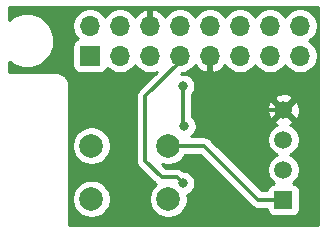
<source format=gbl>
%TF.GenerationSoftware,KiCad,Pcbnew,(5.1.8)-1*%
%TF.CreationDate,2020-12-07T12:25:25-05:00*%
%TF.ProjectId,Raspberry Pi HAT,52617370-6265-4727-9279-205069204841,1.0*%
%TF.SameCoordinates,Original*%
%TF.FileFunction,Copper,L2,Bot*%
%TF.FilePolarity,Positive*%
%FSLAX46Y46*%
G04 Gerber Fmt 4.6, Leading zero omitted, Abs format (unit mm)*
G04 Created by KiCad (PCBNEW (5.1.8)-1) date 2020-12-07 12:25:25*
%MOMM*%
%LPD*%
G01*
G04 APERTURE LIST*
%TA.AperFunction,ComponentPad*%
%ADD10C,2.000000*%
%TD*%
%TA.AperFunction,ComponentPad*%
%ADD11R,1.500000X1.500000*%
%TD*%
%TA.AperFunction,ComponentPad*%
%ADD12C,1.500000*%
%TD*%
%TA.AperFunction,ComponentPad*%
%ADD13R,1.700000X1.700000*%
%TD*%
%TA.AperFunction,ComponentPad*%
%ADD14O,1.700000X1.700000*%
%TD*%
%TA.AperFunction,ViaPad*%
%ADD15C,1.000000*%
%TD*%
%TA.AperFunction,ViaPad*%
%ADD16C,0.800000*%
%TD*%
%TA.AperFunction,Conductor*%
%ADD17C,0.300000*%
%TD*%
%TA.AperFunction,Conductor*%
%ADD18C,0.254000*%
%TD*%
%TA.AperFunction,Conductor*%
%ADD19C,0.100000*%
%TD*%
G04 APERTURE END LIST*
D10*
%TO.P,SW1,2*%
%TO.N,/button_input*%
X112522000Y-109148000D03*
%TO.P,SW1,1*%
%TO.N,VCC*%
X112522000Y-104648000D03*
%TO.P,SW1,2*%
%TO.N,/button_input*%
X119022000Y-109148000D03*
%TO.P,SW1,1*%
%TO.N,VCC*%
X119022000Y-104648000D03*
%TD*%
D11*
%TO.P,U1,1*%
%TO.N,VCC*%
X128778000Y-109220000D03*
D12*
%TO.P,U1,2*%
%TO.N,Net-(J1-Pad11)*%
X128778000Y-106680000D03*
%TO.P,U1,3*%
%TO.N,Net-(U1-Pad3)*%
X128778000Y-104140000D03*
%TO.P,U1,4*%
%TO.N,GND*%
X128778000Y-101600000D03*
%TD*%
D13*
%TO.P,J1,1*%
%TO.N,VCC*%
X112395000Y-97028000D03*
D14*
%TO.P,J1,2*%
%TO.N,Net-(J1-Pad2)*%
X112395000Y-94488000D03*
%TO.P,J1,3*%
%TO.N,Net-(J1-Pad3)*%
X114935000Y-97028000D03*
%TO.P,J1,4*%
%TO.N,Net-(J1-Pad4)*%
X114935000Y-94488000D03*
%TO.P,J1,5*%
%TO.N,Net-(J1-Pad5)*%
X117475000Y-97028000D03*
%TO.P,J1,6*%
%TO.N,GND*%
X117475000Y-94488000D03*
%TO.P,J1,7*%
%TO.N,Net-(J1-Pad7)*%
X120015000Y-97028000D03*
%TO.P,J1,8*%
%TO.N,/button_input*%
X120015000Y-94488000D03*
%TO.P,J1,9*%
%TO.N,GND*%
X122555000Y-97028000D03*
%TO.P,J1,10*%
%TO.N,Net-(J1-Pad10)*%
X122555000Y-94488000D03*
%TO.P,J1,11*%
%TO.N,Net-(J1-Pad11)*%
X125095000Y-97028000D03*
%TO.P,J1,12*%
%TO.N,Net-(J1-Pad12)*%
X125095000Y-94488000D03*
%TO.P,J1,13*%
%TO.N,Net-(J1-Pad13)*%
X127635000Y-97028000D03*
%TO.P,J1,14*%
%TO.N,Net-(J1-Pad14)*%
X127635000Y-94488000D03*
%TO.P,J1,15*%
%TO.N,Net-(J1-Pad15)*%
X130175000Y-97028000D03*
%TO.P,J1,16*%
%TO.N,Net-(J1-Pad16)*%
X130175000Y-94488000D03*
%TD*%
D15*
%TO.N,GND*%
X124206000Y-102235000D03*
D16*
%TO.N,Net-(J1-Pad7)*%
X120269000Y-107823000D03*
%TO.N,/button_input*%
X120269000Y-99568000D03*
X120396000Y-102997000D03*
%TD*%
D17*
%TO.N,GND*%
X128778000Y-101600000D02*
X128778000Y-101473000D01*
X124841000Y-101600000D02*
X128778000Y-101600000D01*
X124206000Y-102235000D02*
X124841000Y-101600000D01*
%TO.N,VCC*%
X119022000Y-104648000D02*
X122047000Y-104648000D01*
X126619000Y-109220000D02*
X128778000Y-109220000D01*
X122047000Y-104648000D02*
X126619000Y-109220000D01*
%TO.N,Net-(J1-Pad7)*%
X120015000Y-97028000D02*
X120015000Y-97536000D01*
X117094000Y-100457000D02*
X117094000Y-105918000D01*
X119761000Y-107315000D02*
X120269000Y-107823000D01*
X120015000Y-97536000D02*
X117094000Y-100457000D01*
X118491000Y-107315000D02*
X119761000Y-107315000D01*
X117094000Y-105918000D02*
X118491000Y-107315000D01*
%TO.N,/button_input*%
X120269000Y-99568000D02*
X120269000Y-102870000D01*
X120269000Y-102870000D02*
X120396000Y-102997000D01*
%TD*%
D18*
%TO.N,GND*%
X131674000Y-111354000D02*
X110642000Y-111354000D01*
X110642000Y-108986967D01*
X110887000Y-108986967D01*
X110887000Y-109309033D01*
X110949832Y-109624912D01*
X111073082Y-109922463D01*
X111252013Y-110190252D01*
X111479748Y-110417987D01*
X111747537Y-110596918D01*
X112045088Y-110720168D01*
X112360967Y-110783000D01*
X112683033Y-110783000D01*
X112998912Y-110720168D01*
X113296463Y-110596918D01*
X113564252Y-110417987D01*
X113791987Y-110190252D01*
X113970918Y-109922463D01*
X114094168Y-109624912D01*
X114157000Y-109309033D01*
X114157000Y-108986967D01*
X114094168Y-108671088D01*
X113970918Y-108373537D01*
X113791987Y-108105748D01*
X113564252Y-107878013D01*
X113296463Y-107699082D01*
X112998912Y-107575832D01*
X112683033Y-107513000D01*
X112360967Y-107513000D01*
X112045088Y-107575832D01*
X111747537Y-107699082D01*
X111479748Y-107878013D01*
X111252013Y-108105748D01*
X111073082Y-108373537D01*
X110949832Y-108671088D01*
X110887000Y-108986967D01*
X110642000Y-108986967D01*
X110642000Y-104486967D01*
X110887000Y-104486967D01*
X110887000Y-104809033D01*
X110949832Y-105124912D01*
X111073082Y-105422463D01*
X111252013Y-105690252D01*
X111479748Y-105917987D01*
X111747537Y-106096918D01*
X112045088Y-106220168D01*
X112360967Y-106283000D01*
X112683033Y-106283000D01*
X112998912Y-106220168D01*
X113296463Y-106096918D01*
X113564252Y-105917987D01*
X113791987Y-105690252D01*
X113970918Y-105422463D01*
X114094168Y-105124912D01*
X114157000Y-104809033D01*
X114157000Y-104486967D01*
X114094168Y-104171088D01*
X113970918Y-103873537D01*
X113791987Y-103605748D01*
X113564252Y-103378013D01*
X113296463Y-103199082D01*
X112998912Y-103075832D01*
X112683033Y-103013000D01*
X112360967Y-103013000D01*
X112045088Y-103075832D01*
X111747537Y-103199082D01*
X111479748Y-103378013D01*
X111252013Y-103605748D01*
X111073082Y-103873537D01*
X110949832Y-104171088D01*
X110887000Y-104486967D01*
X110642000Y-104486967D01*
X110642000Y-99535581D01*
X110639251Y-99507668D01*
X110639272Y-99504633D01*
X110638372Y-99495462D01*
X110633238Y-99446616D01*
X110632450Y-99438617D01*
X110632369Y-99438350D01*
X110628008Y-99396860D01*
X110615984Y-99338286D01*
X110604771Y-99279504D01*
X110602107Y-99270683D01*
X110572789Y-99175973D01*
X110549636Y-99120895D01*
X110527202Y-99065368D01*
X110522875Y-99057232D01*
X110475720Y-98970020D01*
X110442270Y-98920429D01*
X110409514Y-98870371D01*
X110403689Y-98863230D01*
X110340493Y-98786838D01*
X110298058Y-98744699D01*
X110256195Y-98701949D01*
X110249094Y-98696075D01*
X110172263Y-98633413D01*
X110122467Y-98600329D01*
X110073079Y-98566512D01*
X110064973Y-98562130D01*
X109977434Y-98515585D01*
X109922159Y-98492803D01*
X109867149Y-98469225D01*
X109858346Y-98466500D01*
X109763432Y-98437844D01*
X109704752Y-98426225D01*
X109646242Y-98413788D01*
X109637077Y-98412825D01*
X109538406Y-98403150D01*
X109538402Y-98403150D01*
X109506419Y-98400000D01*
X105562000Y-98400000D01*
X105562000Y-97539658D01*
X105582229Y-97559887D01*
X105962174Y-97813758D01*
X106384346Y-97988628D01*
X106832522Y-98077776D01*
X107289478Y-98077776D01*
X107737654Y-97988628D01*
X108159826Y-97813758D01*
X108539771Y-97559887D01*
X108862887Y-97236771D01*
X109116758Y-96856826D01*
X109291628Y-96434654D01*
X109342679Y-96178000D01*
X110906928Y-96178000D01*
X110906928Y-97878000D01*
X110919188Y-98002482D01*
X110955498Y-98122180D01*
X111014463Y-98232494D01*
X111093815Y-98329185D01*
X111190506Y-98408537D01*
X111300820Y-98467502D01*
X111420518Y-98503812D01*
X111545000Y-98516072D01*
X113245000Y-98516072D01*
X113369482Y-98503812D01*
X113489180Y-98467502D01*
X113599494Y-98408537D01*
X113696185Y-98329185D01*
X113775537Y-98232494D01*
X113834502Y-98122180D01*
X113856513Y-98049620D01*
X113988368Y-98181475D01*
X114231589Y-98343990D01*
X114501842Y-98455932D01*
X114788740Y-98513000D01*
X115081260Y-98513000D01*
X115368158Y-98455932D01*
X115638411Y-98343990D01*
X115881632Y-98181475D01*
X116088475Y-97974632D01*
X116205000Y-97800240D01*
X116321525Y-97974632D01*
X116528368Y-98181475D01*
X116771589Y-98343990D01*
X117041842Y-98455932D01*
X117328740Y-98513000D01*
X117621260Y-98513000D01*
X117908158Y-98455932D01*
X118039183Y-98401660D01*
X116566190Y-99874653D01*
X116536236Y-99899236D01*
X116438138Y-100018768D01*
X116365246Y-100155141D01*
X116320359Y-100303114D01*
X116309000Y-100418440D01*
X116309000Y-100418447D01*
X116305203Y-100457000D01*
X116309000Y-100495553D01*
X116309001Y-105879437D01*
X116305203Y-105918000D01*
X116320359Y-106071886D01*
X116365246Y-106219859D01*
X116395260Y-106276011D01*
X116438139Y-106356233D01*
X116478690Y-106405644D01*
X116511655Y-106445812D01*
X116511659Y-106445816D01*
X116536237Y-106475764D01*
X116566185Y-106500342D01*
X117908658Y-107842816D01*
X117933236Y-107872764D01*
X117961665Y-107896096D01*
X117752013Y-108105748D01*
X117573082Y-108373537D01*
X117449832Y-108671088D01*
X117387000Y-108986967D01*
X117387000Y-109309033D01*
X117449832Y-109624912D01*
X117573082Y-109922463D01*
X117752013Y-110190252D01*
X117979748Y-110417987D01*
X118247537Y-110596918D01*
X118545088Y-110720168D01*
X118860967Y-110783000D01*
X119183033Y-110783000D01*
X119498912Y-110720168D01*
X119796463Y-110596918D01*
X120064252Y-110417987D01*
X120291987Y-110190252D01*
X120470918Y-109922463D01*
X120594168Y-109624912D01*
X120657000Y-109309033D01*
X120657000Y-108986967D01*
X120619436Y-108798121D01*
X120759256Y-108740205D01*
X120928774Y-108626937D01*
X121072937Y-108482774D01*
X121186205Y-108313256D01*
X121264226Y-108124898D01*
X121304000Y-107924939D01*
X121304000Y-107721061D01*
X121264226Y-107521102D01*
X121186205Y-107332744D01*
X121072937Y-107163226D01*
X120928774Y-107019063D01*
X120759256Y-106905795D01*
X120570898Y-106827774D01*
X120370939Y-106788000D01*
X120344157Y-106788000D01*
X120343347Y-106787190D01*
X120318764Y-106757236D01*
X120199233Y-106659138D01*
X120062860Y-106586246D01*
X119914887Y-106541359D01*
X119799561Y-106530000D01*
X119799553Y-106530000D01*
X119761000Y-106526203D01*
X119722447Y-106530000D01*
X118816158Y-106530000D01*
X118478916Y-106192759D01*
X118545088Y-106220168D01*
X118860967Y-106283000D01*
X119183033Y-106283000D01*
X119498912Y-106220168D01*
X119796463Y-106096918D01*
X120064252Y-105917987D01*
X120291987Y-105690252D01*
X120463877Y-105433000D01*
X121721843Y-105433000D01*
X126036658Y-109747816D01*
X126061236Y-109777764D01*
X126091184Y-109802342D01*
X126091187Y-109802345D01*
X126120559Y-109826450D01*
X126180767Y-109875862D01*
X126317140Y-109948754D01*
X126430672Y-109983194D01*
X126465112Y-109993641D01*
X126479490Y-109995057D01*
X126580439Y-110005000D01*
X126580446Y-110005000D01*
X126618999Y-110008797D01*
X126657552Y-110005000D01*
X127393375Y-110005000D01*
X127402188Y-110094482D01*
X127438498Y-110214180D01*
X127497463Y-110324494D01*
X127576815Y-110421185D01*
X127673506Y-110500537D01*
X127783820Y-110559502D01*
X127903518Y-110595812D01*
X128028000Y-110608072D01*
X129528000Y-110608072D01*
X129652482Y-110595812D01*
X129772180Y-110559502D01*
X129882494Y-110500537D01*
X129979185Y-110421185D01*
X130058537Y-110324494D01*
X130117502Y-110214180D01*
X130153812Y-110094482D01*
X130166072Y-109970000D01*
X130166072Y-108470000D01*
X130153812Y-108345518D01*
X130117502Y-108225820D01*
X130058537Y-108115506D01*
X129979185Y-108018815D01*
X129882494Y-107939463D01*
X129772180Y-107880498D01*
X129652482Y-107844188D01*
X129544517Y-107833555D01*
X129660886Y-107755799D01*
X129853799Y-107562886D01*
X130005371Y-107336043D01*
X130109775Y-107083989D01*
X130163000Y-106816411D01*
X130163000Y-106543589D01*
X130109775Y-106276011D01*
X130005371Y-106023957D01*
X129853799Y-105797114D01*
X129660886Y-105604201D01*
X129434043Y-105452629D01*
X129331127Y-105410000D01*
X129434043Y-105367371D01*
X129660886Y-105215799D01*
X129853799Y-105022886D01*
X130005371Y-104796043D01*
X130109775Y-104543989D01*
X130163000Y-104276411D01*
X130163000Y-104003589D01*
X130109775Y-103736011D01*
X130005371Y-103483957D01*
X129853799Y-103257114D01*
X129660886Y-103064201D01*
X129434043Y-102912629D01*
X129334721Y-102871489D01*
X129376832Y-102856277D01*
X129489863Y-102795860D01*
X129555388Y-102556993D01*
X128778000Y-101779605D01*
X128000612Y-102556993D01*
X128066137Y-102795860D01*
X128224477Y-102870164D01*
X128121957Y-102912629D01*
X127895114Y-103064201D01*
X127702201Y-103257114D01*
X127550629Y-103483957D01*
X127446225Y-103736011D01*
X127393000Y-104003589D01*
X127393000Y-104276411D01*
X127446225Y-104543989D01*
X127550629Y-104796043D01*
X127702201Y-105022886D01*
X127895114Y-105215799D01*
X128121957Y-105367371D01*
X128224873Y-105410000D01*
X128121957Y-105452629D01*
X127895114Y-105604201D01*
X127702201Y-105797114D01*
X127550629Y-106023957D01*
X127446225Y-106276011D01*
X127393000Y-106543589D01*
X127393000Y-106816411D01*
X127446225Y-107083989D01*
X127550629Y-107336043D01*
X127702201Y-107562886D01*
X127895114Y-107755799D01*
X128011483Y-107833555D01*
X127903518Y-107844188D01*
X127783820Y-107880498D01*
X127673506Y-107939463D01*
X127576815Y-108018815D01*
X127497463Y-108115506D01*
X127438498Y-108225820D01*
X127402188Y-108345518D01*
X127393375Y-108435000D01*
X126944158Y-108435000D01*
X122629347Y-104120190D01*
X122604764Y-104090236D01*
X122485233Y-103992138D01*
X122348860Y-103919246D01*
X122200887Y-103874359D01*
X122085561Y-103863000D01*
X122085553Y-103863000D01*
X122047000Y-103859203D01*
X122008447Y-103863000D01*
X120962890Y-103863000D01*
X121055774Y-103800937D01*
X121199937Y-103656774D01*
X121313205Y-103487256D01*
X121391226Y-103298898D01*
X121431000Y-103098939D01*
X121431000Y-102895061D01*
X121391226Y-102695102D01*
X121313205Y-102506744D01*
X121199937Y-102337226D01*
X121055774Y-102193063D01*
X121054000Y-102191878D01*
X121054000Y-101672492D01*
X127388188Y-101672492D01*
X127429035Y-101942238D01*
X127521723Y-102198832D01*
X127582140Y-102311863D01*
X127821007Y-102377388D01*
X128598395Y-101600000D01*
X128957605Y-101600000D01*
X129734993Y-102377388D01*
X129973860Y-102311863D01*
X130089760Y-102064884D01*
X130155250Y-101800040D01*
X130167812Y-101527508D01*
X130126965Y-101257762D01*
X130034277Y-101001168D01*
X129973860Y-100888137D01*
X129734993Y-100822612D01*
X128957605Y-101600000D01*
X128598395Y-101600000D01*
X127821007Y-100822612D01*
X127582140Y-100888137D01*
X127466240Y-101135116D01*
X127400750Y-101399960D01*
X127388188Y-101672492D01*
X121054000Y-101672492D01*
X121054000Y-100643007D01*
X128000612Y-100643007D01*
X128778000Y-101420395D01*
X129555388Y-100643007D01*
X129489863Y-100404140D01*
X129242884Y-100288240D01*
X128978040Y-100222750D01*
X128705508Y-100210188D01*
X128435762Y-100251035D01*
X128179168Y-100343723D01*
X128066137Y-100404140D01*
X128000612Y-100643007D01*
X121054000Y-100643007D01*
X121054000Y-100246711D01*
X121072937Y-100227774D01*
X121186205Y-100058256D01*
X121264226Y-99869898D01*
X121304000Y-99669939D01*
X121304000Y-99466061D01*
X121264226Y-99266102D01*
X121186205Y-99077744D01*
X121072937Y-98908226D01*
X120928774Y-98764063D01*
X120759256Y-98650795D01*
X120570898Y-98572774D01*
X120370939Y-98533000D01*
X120167061Y-98533000D01*
X120118497Y-98542660D01*
X120148157Y-98513000D01*
X120161260Y-98513000D01*
X120448158Y-98455932D01*
X120718411Y-98343990D01*
X120961632Y-98181475D01*
X121168475Y-97974632D01*
X121290195Y-97792466D01*
X121359822Y-97909355D01*
X121554731Y-98125588D01*
X121788080Y-98299641D01*
X122050901Y-98424825D01*
X122198110Y-98469476D01*
X122428000Y-98348155D01*
X122428000Y-97155000D01*
X122408000Y-97155000D01*
X122408000Y-96901000D01*
X122428000Y-96901000D01*
X122428000Y-96881000D01*
X122682000Y-96881000D01*
X122682000Y-96901000D01*
X122702000Y-96901000D01*
X122702000Y-97155000D01*
X122682000Y-97155000D01*
X122682000Y-98348155D01*
X122911890Y-98469476D01*
X123059099Y-98424825D01*
X123321920Y-98299641D01*
X123555269Y-98125588D01*
X123750178Y-97909355D01*
X123819805Y-97792466D01*
X123941525Y-97974632D01*
X124148368Y-98181475D01*
X124391589Y-98343990D01*
X124661842Y-98455932D01*
X124948740Y-98513000D01*
X125241260Y-98513000D01*
X125528158Y-98455932D01*
X125798411Y-98343990D01*
X126041632Y-98181475D01*
X126248475Y-97974632D01*
X126365000Y-97800240D01*
X126481525Y-97974632D01*
X126688368Y-98181475D01*
X126931589Y-98343990D01*
X127201842Y-98455932D01*
X127488740Y-98513000D01*
X127781260Y-98513000D01*
X128068158Y-98455932D01*
X128338411Y-98343990D01*
X128581632Y-98181475D01*
X128788475Y-97974632D01*
X128905000Y-97800240D01*
X129021525Y-97974632D01*
X129228368Y-98181475D01*
X129471589Y-98343990D01*
X129741842Y-98455932D01*
X130028740Y-98513000D01*
X130321260Y-98513000D01*
X130608158Y-98455932D01*
X130878411Y-98343990D01*
X131121632Y-98181475D01*
X131328475Y-97974632D01*
X131490990Y-97731411D01*
X131602932Y-97461158D01*
X131660000Y-97174260D01*
X131660000Y-96881740D01*
X131602932Y-96594842D01*
X131490990Y-96324589D01*
X131328475Y-96081368D01*
X131121632Y-95874525D01*
X130947240Y-95758000D01*
X131121632Y-95641475D01*
X131328475Y-95434632D01*
X131490990Y-95191411D01*
X131602932Y-94921158D01*
X131660000Y-94634260D01*
X131660000Y-94341740D01*
X131602932Y-94054842D01*
X131490990Y-93784589D01*
X131328475Y-93541368D01*
X131121632Y-93334525D01*
X130878411Y-93172010D01*
X130608158Y-93060068D01*
X130321260Y-93003000D01*
X130028740Y-93003000D01*
X129741842Y-93060068D01*
X129471589Y-93172010D01*
X129228368Y-93334525D01*
X129021525Y-93541368D01*
X128905000Y-93715760D01*
X128788475Y-93541368D01*
X128581632Y-93334525D01*
X128338411Y-93172010D01*
X128068158Y-93060068D01*
X127781260Y-93003000D01*
X127488740Y-93003000D01*
X127201842Y-93060068D01*
X126931589Y-93172010D01*
X126688368Y-93334525D01*
X126481525Y-93541368D01*
X126365000Y-93715760D01*
X126248475Y-93541368D01*
X126041632Y-93334525D01*
X125798411Y-93172010D01*
X125528158Y-93060068D01*
X125241260Y-93003000D01*
X124948740Y-93003000D01*
X124661842Y-93060068D01*
X124391589Y-93172010D01*
X124148368Y-93334525D01*
X123941525Y-93541368D01*
X123825000Y-93715760D01*
X123708475Y-93541368D01*
X123501632Y-93334525D01*
X123258411Y-93172010D01*
X122988158Y-93060068D01*
X122701260Y-93003000D01*
X122408740Y-93003000D01*
X122121842Y-93060068D01*
X121851589Y-93172010D01*
X121608368Y-93334525D01*
X121401525Y-93541368D01*
X121285000Y-93715760D01*
X121168475Y-93541368D01*
X120961632Y-93334525D01*
X120718411Y-93172010D01*
X120448158Y-93060068D01*
X120161260Y-93003000D01*
X119868740Y-93003000D01*
X119581842Y-93060068D01*
X119311589Y-93172010D01*
X119068368Y-93334525D01*
X118861525Y-93541368D01*
X118739805Y-93723534D01*
X118670178Y-93606645D01*
X118475269Y-93390412D01*
X118241920Y-93216359D01*
X117979099Y-93091175D01*
X117831890Y-93046524D01*
X117602000Y-93167845D01*
X117602000Y-94361000D01*
X117622000Y-94361000D01*
X117622000Y-94615000D01*
X117602000Y-94615000D01*
X117602000Y-94635000D01*
X117348000Y-94635000D01*
X117348000Y-94615000D01*
X117328000Y-94615000D01*
X117328000Y-94361000D01*
X117348000Y-94361000D01*
X117348000Y-93167845D01*
X117118110Y-93046524D01*
X116970901Y-93091175D01*
X116708080Y-93216359D01*
X116474731Y-93390412D01*
X116279822Y-93606645D01*
X116210195Y-93723534D01*
X116088475Y-93541368D01*
X115881632Y-93334525D01*
X115638411Y-93172010D01*
X115368158Y-93060068D01*
X115081260Y-93003000D01*
X114788740Y-93003000D01*
X114501842Y-93060068D01*
X114231589Y-93172010D01*
X113988368Y-93334525D01*
X113781525Y-93541368D01*
X113665000Y-93715760D01*
X113548475Y-93541368D01*
X113341632Y-93334525D01*
X113098411Y-93172010D01*
X112828158Y-93060068D01*
X112541260Y-93003000D01*
X112248740Y-93003000D01*
X111961842Y-93060068D01*
X111691589Y-93172010D01*
X111448368Y-93334525D01*
X111241525Y-93541368D01*
X111079010Y-93784589D01*
X110967068Y-94054842D01*
X110910000Y-94341740D01*
X110910000Y-94634260D01*
X110967068Y-94921158D01*
X111079010Y-95191411D01*
X111241525Y-95434632D01*
X111373380Y-95566487D01*
X111300820Y-95588498D01*
X111190506Y-95647463D01*
X111093815Y-95726815D01*
X111014463Y-95823506D01*
X110955498Y-95933820D01*
X110919188Y-96053518D01*
X110906928Y-96178000D01*
X109342679Y-96178000D01*
X109380776Y-95986478D01*
X109380776Y-95529522D01*
X109291628Y-95081346D01*
X109116758Y-94659174D01*
X108862887Y-94279229D01*
X108539771Y-93956113D01*
X108159826Y-93702242D01*
X107737654Y-93527372D01*
X107289478Y-93438224D01*
X106832522Y-93438224D01*
X106384346Y-93527372D01*
X105962174Y-93702242D01*
X105582229Y-93956113D01*
X105562000Y-93976342D01*
X105562000Y-92862000D01*
X131674001Y-92862000D01*
X131674000Y-111354000D01*
%TA.AperFunction,Conductor*%
D19*
G36*
X131674000Y-111354000D02*
G01*
X110642000Y-111354000D01*
X110642000Y-108986967D01*
X110887000Y-108986967D01*
X110887000Y-109309033D01*
X110949832Y-109624912D01*
X111073082Y-109922463D01*
X111252013Y-110190252D01*
X111479748Y-110417987D01*
X111747537Y-110596918D01*
X112045088Y-110720168D01*
X112360967Y-110783000D01*
X112683033Y-110783000D01*
X112998912Y-110720168D01*
X113296463Y-110596918D01*
X113564252Y-110417987D01*
X113791987Y-110190252D01*
X113970918Y-109922463D01*
X114094168Y-109624912D01*
X114157000Y-109309033D01*
X114157000Y-108986967D01*
X114094168Y-108671088D01*
X113970918Y-108373537D01*
X113791987Y-108105748D01*
X113564252Y-107878013D01*
X113296463Y-107699082D01*
X112998912Y-107575832D01*
X112683033Y-107513000D01*
X112360967Y-107513000D01*
X112045088Y-107575832D01*
X111747537Y-107699082D01*
X111479748Y-107878013D01*
X111252013Y-108105748D01*
X111073082Y-108373537D01*
X110949832Y-108671088D01*
X110887000Y-108986967D01*
X110642000Y-108986967D01*
X110642000Y-104486967D01*
X110887000Y-104486967D01*
X110887000Y-104809033D01*
X110949832Y-105124912D01*
X111073082Y-105422463D01*
X111252013Y-105690252D01*
X111479748Y-105917987D01*
X111747537Y-106096918D01*
X112045088Y-106220168D01*
X112360967Y-106283000D01*
X112683033Y-106283000D01*
X112998912Y-106220168D01*
X113296463Y-106096918D01*
X113564252Y-105917987D01*
X113791987Y-105690252D01*
X113970918Y-105422463D01*
X114094168Y-105124912D01*
X114157000Y-104809033D01*
X114157000Y-104486967D01*
X114094168Y-104171088D01*
X113970918Y-103873537D01*
X113791987Y-103605748D01*
X113564252Y-103378013D01*
X113296463Y-103199082D01*
X112998912Y-103075832D01*
X112683033Y-103013000D01*
X112360967Y-103013000D01*
X112045088Y-103075832D01*
X111747537Y-103199082D01*
X111479748Y-103378013D01*
X111252013Y-103605748D01*
X111073082Y-103873537D01*
X110949832Y-104171088D01*
X110887000Y-104486967D01*
X110642000Y-104486967D01*
X110642000Y-99535581D01*
X110639251Y-99507668D01*
X110639272Y-99504633D01*
X110638372Y-99495462D01*
X110633238Y-99446616D01*
X110632450Y-99438617D01*
X110632369Y-99438350D01*
X110628008Y-99396860D01*
X110615984Y-99338286D01*
X110604771Y-99279504D01*
X110602107Y-99270683D01*
X110572789Y-99175973D01*
X110549636Y-99120895D01*
X110527202Y-99065368D01*
X110522875Y-99057232D01*
X110475720Y-98970020D01*
X110442270Y-98920429D01*
X110409514Y-98870371D01*
X110403689Y-98863230D01*
X110340493Y-98786838D01*
X110298058Y-98744699D01*
X110256195Y-98701949D01*
X110249094Y-98696075D01*
X110172263Y-98633413D01*
X110122467Y-98600329D01*
X110073079Y-98566512D01*
X110064973Y-98562130D01*
X109977434Y-98515585D01*
X109922159Y-98492803D01*
X109867149Y-98469225D01*
X109858346Y-98466500D01*
X109763432Y-98437844D01*
X109704752Y-98426225D01*
X109646242Y-98413788D01*
X109637077Y-98412825D01*
X109538406Y-98403150D01*
X109538402Y-98403150D01*
X109506419Y-98400000D01*
X105562000Y-98400000D01*
X105562000Y-97539658D01*
X105582229Y-97559887D01*
X105962174Y-97813758D01*
X106384346Y-97988628D01*
X106832522Y-98077776D01*
X107289478Y-98077776D01*
X107737654Y-97988628D01*
X108159826Y-97813758D01*
X108539771Y-97559887D01*
X108862887Y-97236771D01*
X109116758Y-96856826D01*
X109291628Y-96434654D01*
X109342679Y-96178000D01*
X110906928Y-96178000D01*
X110906928Y-97878000D01*
X110919188Y-98002482D01*
X110955498Y-98122180D01*
X111014463Y-98232494D01*
X111093815Y-98329185D01*
X111190506Y-98408537D01*
X111300820Y-98467502D01*
X111420518Y-98503812D01*
X111545000Y-98516072D01*
X113245000Y-98516072D01*
X113369482Y-98503812D01*
X113489180Y-98467502D01*
X113599494Y-98408537D01*
X113696185Y-98329185D01*
X113775537Y-98232494D01*
X113834502Y-98122180D01*
X113856513Y-98049620D01*
X113988368Y-98181475D01*
X114231589Y-98343990D01*
X114501842Y-98455932D01*
X114788740Y-98513000D01*
X115081260Y-98513000D01*
X115368158Y-98455932D01*
X115638411Y-98343990D01*
X115881632Y-98181475D01*
X116088475Y-97974632D01*
X116205000Y-97800240D01*
X116321525Y-97974632D01*
X116528368Y-98181475D01*
X116771589Y-98343990D01*
X117041842Y-98455932D01*
X117328740Y-98513000D01*
X117621260Y-98513000D01*
X117908158Y-98455932D01*
X118039183Y-98401660D01*
X116566190Y-99874653D01*
X116536236Y-99899236D01*
X116438138Y-100018768D01*
X116365246Y-100155141D01*
X116320359Y-100303114D01*
X116309000Y-100418440D01*
X116309000Y-100418447D01*
X116305203Y-100457000D01*
X116309000Y-100495553D01*
X116309001Y-105879437D01*
X116305203Y-105918000D01*
X116320359Y-106071886D01*
X116365246Y-106219859D01*
X116395260Y-106276011D01*
X116438139Y-106356233D01*
X116478690Y-106405644D01*
X116511655Y-106445812D01*
X116511659Y-106445816D01*
X116536237Y-106475764D01*
X116566185Y-106500342D01*
X117908658Y-107842816D01*
X117933236Y-107872764D01*
X117961665Y-107896096D01*
X117752013Y-108105748D01*
X117573082Y-108373537D01*
X117449832Y-108671088D01*
X117387000Y-108986967D01*
X117387000Y-109309033D01*
X117449832Y-109624912D01*
X117573082Y-109922463D01*
X117752013Y-110190252D01*
X117979748Y-110417987D01*
X118247537Y-110596918D01*
X118545088Y-110720168D01*
X118860967Y-110783000D01*
X119183033Y-110783000D01*
X119498912Y-110720168D01*
X119796463Y-110596918D01*
X120064252Y-110417987D01*
X120291987Y-110190252D01*
X120470918Y-109922463D01*
X120594168Y-109624912D01*
X120657000Y-109309033D01*
X120657000Y-108986967D01*
X120619436Y-108798121D01*
X120759256Y-108740205D01*
X120928774Y-108626937D01*
X121072937Y-108482774D01*
X121186205Y-108313256D01*
X121264226Y-108124898D01*
X121304000Y-107924939D01*
X121304000Y-107721061D01*
X121264226Y-107521102D01*
X121186205Y-107332744D01*
X121072937Y-107163226D01*
X120928774Y-107019063D01*
X120759256Y-106905795D01*
X120570898Y-106827774D01*
X120370939Y-106788000D01*
X120344157Y-106788000D01*
X120343347Y-106787190D01*
X120318764Y-106757236D01*
X120199233Y-106659138D01*
X120062860Y-106586246D01*
X119914887Y-106541359D01*
X119799561Y-106530000D01*
X119799553Y-106530000D01*
X119761000Y-106526203D01*
X119722447Y-106530000D01*
X118816158Y-106530000D01*
X118478916Y-106192759D01*
X118545088Y-106220168D01*
X118860967Y-106283000D01*
X119183033Y-106283000D01*
X119498912Y-106220168D01*
X119796463Y-106096918D01*
X120064252Y-105917987D01*
X120291987Y-105690252D01*
X120463877Y-105433000D01*
X121721843Y-105433000D01*
X126036658Y-109747816D01*
X126061236Y-109777764D01*
X126091184Y-109802342D01*
X126091187Y-109802345D01*
X126120559Y-109826450D01*
X126180767Y-109875862D01*
X126317140Y-109948754D01*
X126430672Y-109983194D01*
X126465112Y-109993641D01*
X126479490Y-109995057D01*
X126580439Y-110005000D01*
X126580446Y-110005000D01*
X126618999Y-110008797D01*
X126657552Y-110005000D01*
X127393375Y-110005000D01*
X127402188Y-110094482D01*
X127438498Y-110214180D01*
X127497463Y-110324494D01*
X127576815Y-110421185D01*
X127673506Y-110500537D01*
X127783820Y-110559502D01*
X127903518Y-110595812D01*
X128028000Y-110608072D01*
X129528000Y-110608072D01*
X129652482Y-110595812D01*
X129772180Y-110559502D01*
X129882494Y-110500537D01*
X129979185Y-110421185D01*
X130058537Y-110324494D01*
X130117502Y-110214180D01*
X130153812Y-110094482D01*
X130166072Y-109970000D01*
X130166072Y-108470000D01*
X130153812Y-108345518D01*
X130117502Y-108225820D01*
X130058537Y-108115506D01*
X129979185Y-108018815D01*
X129882494Y-107939463D01*
X129772180Y-107880498D01*
X129652482Y-107844188D01*
X129544517Y-107833555D01*
X129660886Y-107755799D01*
X129853799Y-107562886D01*
X130005371Y-107336043D01*
X130109775Y-107083989D01*
X130163000Y-106816411D01*
X130163000Y-106543589D01*
X130109775Y-106276011D01*
X130005371Y-106023957D01*
X129853799Y-105797114D01*
X129660886Y-105604201D01*
X129434043Y-105452629D01*
X129331127Y-105410000D01*
X129434043Y-105367371D01*
X129660886Y-105215799D01*
X129853799Y-105022886D01*
X130005371Y-104796043D01*
X130109775Y-104543989D01*
X130163000Y-104276411D01*
X130163000Y-104003589D01*
X130109775Y-103736011D01*
X130005371Y-103483957D01*
X129853799Y-103257114D01*
X129660886Y-103064201D01*
X129434043Y-102912629D01*
X129334721Y-102871489D01*
X129376832Y-102856277D01*
X129489863Y-102795860D01*
X129555388Y-102556993D01*
X128778000Y-101779605D01*
X128000612Y-102556993D01*
X128066137Y-102795860D01*
X128224477Y-102870164D01*
X128121957Y-102912629D01*
X127895114Y-103064201D01*
X127702201Y-103257114D01*
X127550629Y-103483957D01*
X127446225Y-103736011D01*
X127393000Y-104003589D01*
X127393000Y-104276411D01*
X127446225Y-104543989D01*
X127550629Y-104796043D01*
X127702201Y-105022886D01*
X127895114Y-105215799D01*
X128121957Y-105367371D01*
X128224873Y-105410000D01*
X128121957Y-105452629D01*
X127895114Y-105604201D01*
X127702201Y-105797114D01*
X127550629Y-106023957D01*
X127446225Y-106276011D01*
X127393000Y-106543589D01*
X127393000Y-106816411D01*
X127446225Y-107083989D01*
X127550629Y-107336043D01*
X127702201Y-107562886D01*
X127895114Y-107755799D01*
X128011483Y-107833555D01*
X127903518Y-107844188D01*
X127783820Y-107880498D01*
X127673506Y-107939463D01*
X127576815Y-108018815D01*
X127497463Y-108115506D01*
X127438498Y-108225820D01*
X127402188Y-108345518D01*
X127393375Y-108435000D01*
X126944158Y-108435000D01*
X122629347Y-104120190D01*
X122604764Y-104090236D01*
X122485233Y-103992138D01*
X122348860Y-103919246D01*
X122200887Y-103874359D01*
X122085561Y-103863000D01*
X122085553Y-103863000D01*
X122047000Y-103859203D01*
X122008447Y-103863000D01*
X120962890Y-103863000D01*
X121055774Y-103800937D01*
X121199937Y-103656774D01*
X121313205Y-103487256D01*
X121391226Y-103298898D01*
X121431000Y-103098939D01*
X121431000Y-102895061D01*
X121391226Y-102695102D01*
X121313205Y-102506744D01*
X121199937Y-102337226D01*
X121055774Y-102193063D01*
X121054000Y-102191878D01*
X121054000Y-101672492D01*
X127388188Y-101672492D01*
X127429035Y-101942238D01*
X127521723Y-102198832D01*
X127582140Y-102311863D01*
X127821007Y-102377388D01*
X128598395Y-101600000D01*
X128957605Y-101600000D01*
X129734993Y-102377388D01*
X129973860Y-102311863D01*
X130089760Y-102064884D01*
X130155250Y-101800040D01*
X130167812Y-101527508D01*
X130126965Y-101257762D01*
X130034277Y-101001168D01*
X129973860Y-100888137D01*
X129734993Y-100822612D01*
X128957605Y-101600000D01*
X128598395Y-101600000D01*
X127821007Y-100822612D01*
X127582140Y-100888137D01*
X127466240Y-101135116D01*
X127400750Y-101399960D01*
X127388188Y-101672492D01*
X121054000Y-101672492D01*
X121054000Y-100643007D01*
X128000612Y-100643007D01*
X128778000Y-101420395D01*
X129555388Y-100643007D01*
X129489863Y-100404140D01*
X129242884Y-100288240D01*
X128978040Y-100222750D01*
X128705508Y-100210188D01*
X128435762Y-100251035D01*
X128179168Y-100343723D01*
X128066137Y-100404140D01*
X128000612Y-100643007D01*
X121054000Y-100643007D01*
X121054000Y-100246711D01*
X121072937Y-100227774D01*
X121186205Y-100058256D01*
X121264226Y-99869898D01*
X121304000Y-99669939D01*
X121304000Y-99466061D01*
X121264226Y-99266102D01*
X121186205Y-99077744D01*
X121072937Y-98908226D01*
X120928774Y-98764063D01*
X120759256Y-98650795D01*
X120570898Y-98572774D01*
X120370939Y-98533000D01*
X120167061Y-98533000D01*
X120118497Y-98542660D01*
X120148157Y-98513000D01*
X120161260Y-98513000D01*
X120448158Y-98455932D01*
X120718411Y-98343990D01*
X120961632Y-98181475D01*
X121168475Y-97974632D01*
X121290195Y-97792466D01*
X121359822Y-97909355D01*
X121554731Y-98125588D01*
X121788080Y-98299641D01*
X122050901Y-98424825D01*
X122198110Y-98469476D01*
X122428000Y-98348155D01*
X122428000Y-97155000D01*
X122408000Y-97155000D01*
X122408000Y-96901000D01*
X122428000Y-96901000D01*
X122428000Y-96881000D01*
X122682000Y-96881000D01*
X122682000Y-96901000D01*
X122702000Y-96901000D01*
X122702000Y-97155000D01*
X122682000Y-97155000D01*
X122682000Y-98348155D01*
X122911890Y-98469476D01*
X123059099Y-98424825D01*
X123321920Y-98299641D01*
X123555269Y-98125588D01*
X123750178Y-97909355D01*
X123819805Y-97792466D01*
X123941525Y-97974632D01*
X124148368Y-98181475D01*
X124391589Y-98343990D01*
X124661842Y-98455932D01*
X124948740Y-98513000D01*
X125241260Y-98513000D01*
X125528158Y-98455932D01*
X125798411Y-98343990D01*
X126041632Y-98181475D01*
X126248475Y-97974632D01*
X126365000Y-97800240D01*
X126481525Y-97974632D01*
X126688368Y-98181475D01*
X126931589Y-98343990D01*
X127201842Y-98455932D01*
X127488740Y-98513000D01*
X127781260Y-98513000D01*
X128068158Y-98455932D01*
X128338411Y-98343990D01*
X128581632Y-98181475D01*
X128788475Y-97974632D01*
X128905000Y-97800240D01*
X129021525Y-97974632D01*
X129228368Y-98181475D01*
X129471589Y-98343990D01*
X129741842Y-98455932D01*
X130028740Y-98513000D01*
X130321260Y-98513000D01*
X130608158Y-98455932D01*
X130878411Y-98343990D01*
X131121632Y-98181475D01*
X131328475Y-97974632D01*
X131490990Y-97731411D01*
X131602932Y-97461158D01*
X131660000Y-97174260D01*
X131660000Y-96881740D01*
X131602932Y-96594842D01*
X131490990Y-96324589D01*
X131328475Y-96081368D01*
X131121632Y-95874525D01*
X130947240Y-95758000D01*
X131121632Y-95641475D01*
X131328475Y-95434632D01*
X131490990Y-95191411D01*
X131602932Y-94921158D01*
X131660000Y-94634260D01*
X131660000Y-94341740D01*
X131602932Y-94054842D01*
X131490990Y-93784589D01*
X131328475Y-93541368D01*
X131121632Y-93334525D01*
X130878411Y-93172010D01*
X130608158Y-93060068D01*
X130321260Y-93003000D01*
X130028740Y-93003000D01*
X129741842Y-93060068D01*
X129471589Y-93172010D01*
X129228368Y-93334525D01*
X129021525Y-93541368D01*
X128905000Y-93715760D01*
X128788475Y-93541368D01*
X128581632Y-93334525D01*
X128338411Y-93172010D01*
X128068158Y-93060068D01*
X127781260Y-93003000D01*
X127488740Y-93003000D01*
X127201842Y-93060068D01*
X126931589Y-93172010D01*
X126688368Y-93334525D01*
X126481525Y-93541368D01*
X126365000Y-93715760D01*
X126248475Y-93541368D01*
X126041632Y-93334525D01*
X125798411Y-93172010D01*
X125528158Y-93060068D01*
X125241260Y-93003000D01*
X124948740Y-93003000D01*
X124661842Y-93060068D01*
X124391589Y-93172010D01*
X124148368Y-93334525D01*
X123941525Y-93541368D01*
X123825000Y-93715760D01*
X123708475Y-93541368D01*
X123501632Y-93334525D01*
X123258411Y-93172010D01*
X122988158Y-93060068D01*
X122701260Y-93003000D01*
X122408740Y-93003000D01*
X122121842Y-93060068D01*
X121851589Y-93172010D01*
X121608368Y-93334525D01*
X121401525Y-93541368D01*
X121285000Y-93715760D01*
X121168475Y-93541368D01*
X120961632Y-93334525D01*
X120718411Y-93172010D01*
X120448158Y-93060068D01*
X120161260Y-93003000D01*
X119868740Y-93003000D01*
X119581842Y-93060068D01*
X119311589Y-93172010D01*
X119068368Y-93334525D01*
X118861525Y-93541368D01*
X118739805Y-93723534D01*
X118670178Y-93606645D01*
X118475269Y-93390412D01*
X118241920Y-93216359D01*
X117979099Y-93091175D01*
X117831890Y-93046524D01*
X117602000Y-93167845D01*
X117602000Y-94361000D01*
X117622000Y-94361000D01*
X117622000Y-94615000D01*
X117602000Y-94615000D01*
X117602000Y-94635000D01*
X117348000Y-94635000D01*
X117348000Y-94615000D01*
X117328000Y-94615000D01*
X117328000Y-94361000D01*
X117348000Y-94361000D01*
X117348000Y-93167845D01*
X117118110Y-93046524D01*
X116970901Y-93091175D01*
X116708080Y-93216359D01*
X116474731Y-93390412D01*
X116279822Y-93606645D01*
X116210195Y-93723534D01*
X116088475Y-93541368D01*
X115881632Y-93334525D01*
X115638411Y-93172010D01*
X115368158Y-93060068D01*
X115081260Y-93003000D01*
X114788740Y-93003000D01*
X114501842Y-93060068D01*
X114231589Y-93172010D01*
X113988368Y-93334525D01*
X113781525Y-93541368D01*
X113665000Y-93715760D01*
X113548475Y-93541368D01*
X113341632Y-93334525D01*
X113098411Y-93172010D01*
X112828158Y-93060068D01*
X112541260Y-93003000D01*
X112248740Y-93003000D01*
X111961842Y-93060068D01*
X111691589Y-93172010D01*
X111448368Y-93334525D01*
X111241525Y-93541368D01*
X111079010Y-93784589D01*
X110967068Y-94054842D01*
X110910000Y-94341740D01*
X110910000Y-94634260D01*
X110967068Y-94921158D01*
X111079010Y-95191411D01*
X111241525Y-95434632D01*
X111373380Y-95566487D01*
X111300820Y-95588498D01*
X111190506Y-95647463D01*
X111093815Y-95726815D01*
X111014463Y-95823506D01*
X110955498Y-95933820D01*
X110919188Y-96053518D01*
X110906928Y-96178000D01*
X109342679Y-96178000D01*
X109380776Y-95986478D01*
X109380776Y-95529522D01*
X109291628Y-95081346D01*
X109116758Y-94659174D01*
X108862887Y-94279229D01*
X108539771Y-93956113D01*
X108159826Y-93702242D01*
X107737654Y-93527372D01*
X107289478Y-93438224D01*
X106832522Y-93438224D01*
X106384346Y-93527372D01*
X105962174Y-93702242D01*
X105582229Y-93956113D01*
X105562000Y-93976342D01*
X105562000Y-92862000D01*
X131674001Y-92862000D01*
X131674000Y-111354000D01*
G37*
%TD.AperFunction*%
%TD*%
M02*

</source>
